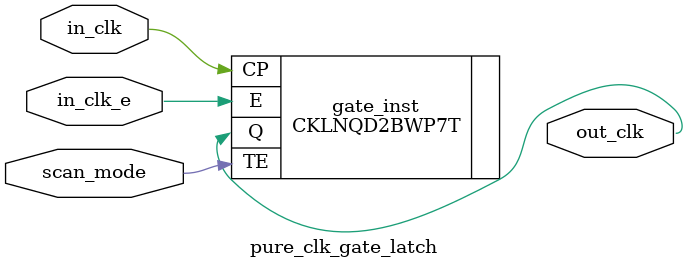
<source format=v>

`timescale 1ns/1ns

module pure_clk_gate_latch #(
    parameter DOMAIN_3V0 = 0
  )(
    input  in_clk_e,
    input  in_clk,
    output out_clk,
    input  scan_mode
  );

  CKLNQD2BWP7T gate_inst(
    .CP   (in_clk),
    .E    (in_clk_e),
    .TE   (scan_mode),
    .Q    (out_clk)
  );

endmodule


</source>
